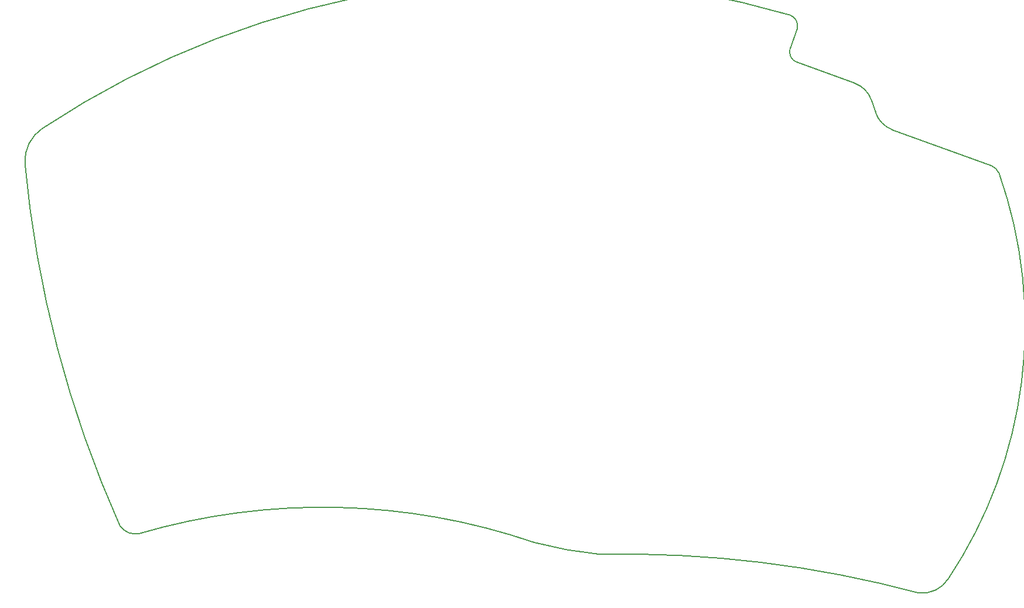
<source format=gbr>
%TF.GenerationSoftware,KiCad,Pcbnew,7.0.10*%
%TF.CreationDate,2024-03-11T00:33:33+01:00*%
%TF.ProjectId,test_reverse_controller,74657374-5f72-4657-9665-7273655f636f,rev?*%
%TF.SameCoordinates,Original*%
%TF.FileFunction,Profile,NP*%
%FSLAX46Y46*%
G04 Gerber Fmt 4.6, Leading zero omitted, Abs format (unit mm)*
G04 Created by KiCad (PCBNEW 7.0.10) date 2024-03-11 00:33:33*
%MOMM*%
%LPD*%
G01*
G04 APERTURE LIST*
%TA.AperFunction,Profile*%
%ADD10C,0.150000*%
%TD*%
G04 APERTURE END LIST*
D10*
X155048988Y-59230274D02*
G75*
G03*
X153977226Y-57264827I-1548988J430274D01*
G01*
X155048988Y-59230274D02*
X154044187Y-62090343D01*
X165811850Y-69635551D02*
X166388274Y-71364822D01*
X154044234Y-62090359D02*
G75*
G03*
X155000000Y-64099999I1523066J-507741D01*
G01*
X176925280Y-138809746D02*
G75*
G03*
X184243488Y-80162059I-55068680J36652046D01*
G01*
X117066135Y-133590525D02*
G75*
G03*
X60040598Y-132281676I-30572975J-89107145D01*
G01*
X172639879Y-140900454D02*
G75*
G03*
X176925279Y-138809745I469021J4475954D01*
G01*
X172639880Y-140900447D02*
G75*
G03*
X126565959Y-135304430I-42639880J-158599553D01*
G01*
X168818396Y-73859942D02*
X183071438Y-79032734D01*
X155000000Y-64100000D02*
X163381129Y-67140213D01*
X45932377Y-73711918D02*
G75*
G03*
X43448931Y-78678151I3167623J-4688082D01*
G01*
X43448939Y-78678150D02*
G75*
G03*
X57171986Y-131153053I165219861J15175850D01*
G01*
X57171987Y-131153052D02*
G75*
G03*
X60040598Y-132281673I2228013J1453052D01*
G01*
X117066135Y-133590525D02*
G75*
G03*
X126565959Y-135304430I14933865J55590625D01*
G01*
X153977227Y-57264824D02*
G75*
G03*
X45932377Y-73711918I-36350557J-124314226D01*
G01*
X166388264Y-71364825D02*
G75*
G03*
X168818396Y-73859942I3794736J1264925D01*
G01*
X165811862Y-69635547D02*
G75*
G03*
X163381129Y-67140214I-3794762J-1264953D01*
G01*
X184243488Y-80162059D02*
G75*
G03*
X183071438Y-79032734I-2043488J-947941D01*
G01*
M02*

</source>
